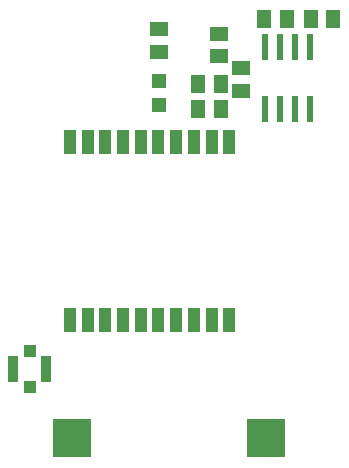
<source format=gbr>
G04 EAGLE Gerber RS-274X export*
G75*
%MOMM*%
%FSLAX34Y34*%
%LPD*%
%INSolderpaste Top*%
%IPPOS*%
%AMOC8*
5,1,8,0,0,1.08239X$1,22.5*%
G01*
%ADD10R,0.600000X2.200000*%
%ADD11R,1.300000X1.500000*%
%ADD12R,1.500000X1.300000*%
%ADD13R,1.000000X2.000000*%
%ADD14R,1.200000X1.200000*%
%ADD15R,3.200000X3.200000*%
%ADD16R,0.850000X2.200000*%
%ADD17R,1.000000X1.050000*%


D10*
X280670Y356270D03*
X280670Y408270D03*
X267970Y356270D03*
X293370Y356270D03*
X306070Y356270D03*
X267970Y408270D03*
X293370Y408270D03*
X306070Y408270D03*
D11*
X306730Y431800D03*
X325730Y431800D03*
X286360Y431800D03*
X267360Y431800D03*
D12*
X247650Y371500D03*
X247650Y390500D03*
D13*
X237680Y327730D03*
X222680Y327730D03*
X207680Y327730D03*
X192680Y327730D03*
X177680Y327730D03*
X162680Y327730D03*
X147680Y327730D03*
X132680Y327730D03*
X117680Y327730D03*
X102680Y327730D03*
X102680Y177730D03*
X117680Y177730D03*
X132680Y177730D03*
X147680Y177730D03*
X162680Y177730D03*
X177680Y177730D03*
X192680Y177730D03*
X207680Y177730D03*
X222680Y177730D03*
X237680Y177730D03*
D14*
X177800Y380070D03*
X177800Y359070D03*
D12*
X177800Y423520D03*
X177800Y404520D03*
D11*
X230480Y355600D03*
X211480Y355600D03*
X230480Y377190D03*
X211480Y377190D03*
D12*
X228600Y419710D03*
X228600Y400710D03*
D15*
X268944Y77470D03*
X104436Y77470D03*
D16*
X54830Y135890D03*
X82330Y135890D03*
D17*
X68580Y151140D03*
X68580Y120640D03*
M02*

</source>
